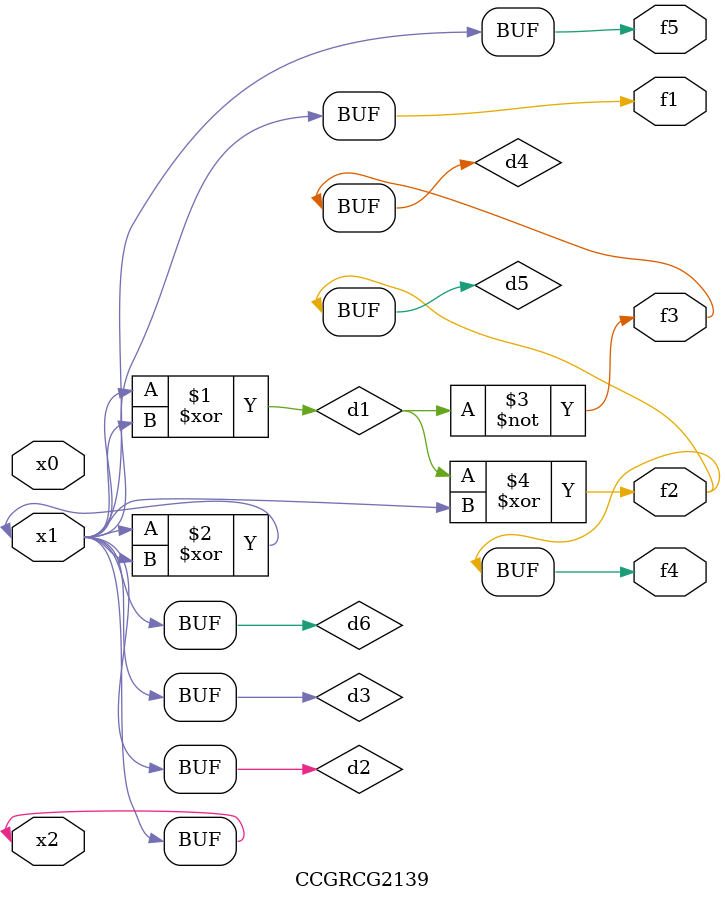
<source format=v>
module CCGRCG2139(
	input x0, x1, x2,
	output f1, f2, f3, f4, f5
);

	wire d1, d2, d3, d4, d5, d6;

	xor (d1, x1, x2);
	buf (d2, x1, x2);
	xor (d3, x1, x2);
	nor (d4, d1);
	xor (d5, d1, d2);
	buf (d6, d2, d3);
	assign f1 = d6;
	assign f2 = d5;
	assign f3 = d4;
	assign f4 = d5;
	assign f5 = d6;
endmodule

</source>
